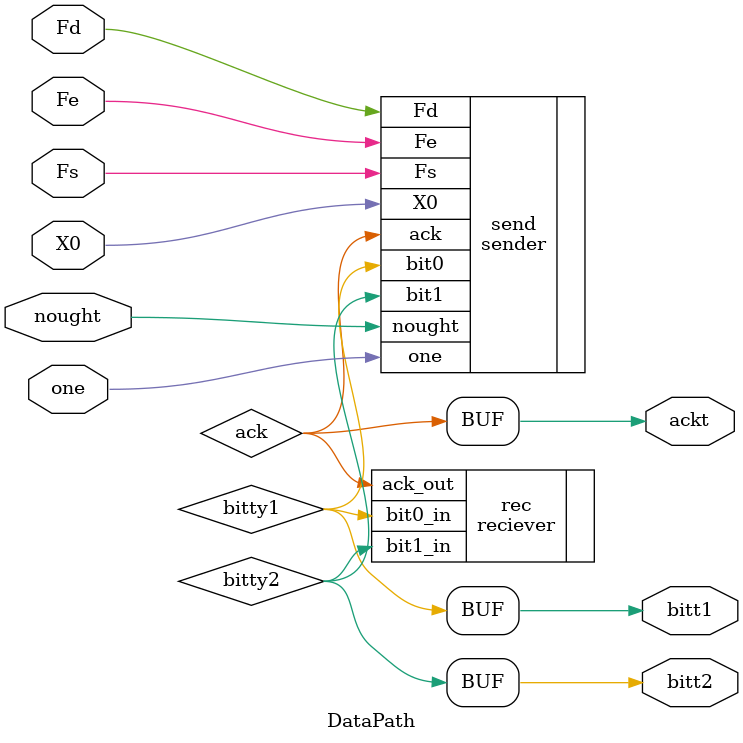
<source format=v>
`timescale 1ns / 1ps
module DataPath(
    input X0,
	 input Fe,
	 input Fs,
	 input Fd,
	 input nought,
	 input one,
	 output ackt,
	 output bitt1,
	 output bitt2
    );

	wire ack, bitty1, bitty2;
		
			
	sender send (
	 .X0(X0),
	 .Fe(Fe),
	 .Fs(Fs),
	 .Fd(Fd),
	 .nought(nought),
	 .one(one),
    .ack(ack), 
    .bit0(bitty1), 
    .bit1(bitty2)
    );
	 
	reciever rec (
    .bit0_in(bitty1), 
    .bit1_in(bitty2), 
    .ack_out(ack)
    );
	 
	 assign ackt = ack;
	 assign bitt1 = bitty1;
	 assign bitt2 = bitty2;
			
			

endmodule

</source>
